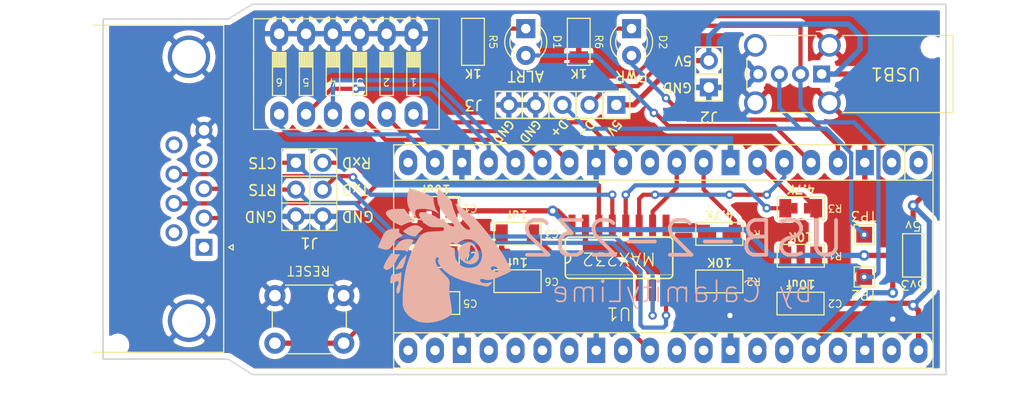
<source format=kicad_pcb>
(kicad_pcb (version 20171130) (host pcbnew "(5.1.10)-1")
  (layers (0 F.Cu signal) (31 B.Cu signal) (34 B.Paste user) (35 F.Paste user) (36 B.SilkS user) (37 F.SilkS user) (38 B.Mask user) (39 F.Mask user) (44 Edge.Cuts user))
  (net 0 "")
  (net 1 GND)
  (net 2 "Net-(C3-Pad2)")
  (net 3 +5V)
  (net 4 "Net-(D1-Pad2)")
  (net 5 "Net-(D1-Pad1)")
  (net 6 "Net-(D2-Pad2)")
  (net 7 "Net-(D2-Pad1)")
  (net 8 "Net-(J1-Pad3)")
  (net 9 "Net-(J1-Pad2)")
  (net 10 "Net-(R1-Pad2)")
  (net 11 "Net-(R2-Pad2)")
  (net 12 "Net-(SW1-Pad6)")
  (net 13 "Net-(SW1-Pad5)")
  (net 14 "Net-(SW1-Pad4)")
  (net 15 "Net-(SW1-Pad3)")
  (net 16 "Net-(SW1-Pad2)")
  (net 17 "Net-(SW1-Pad1)")
  (net 18 "Net-(SW2-Pad1)")
  (net 19 "Net-(U1-Pad10)")
  (net 20 "Net-(U1-Pad11)")
  (net 21 "Net-(U2-Pad1)")
  (net 22 "Net-(U2-Pad2)")
  (net 23 "Net-(U2-Pad11)")
  (net 24 "Net-(U2-Pad20)")
  (net 25 "Net-(U2-Pad21)")
  (net 26 "Net-(U2-Pad22)")
  (net 27 "Net-(U2-Pad24)")
  (net 28 "Net-(U2-Pad25)")
  (net 29 "Net-(U2-Pad26)")
  (net 30 "Net-(U2-Pad27)")
  (net 31 "Net-(U2-Pad29)")
  (net 32 "Net-(U2-Pad31)")
  (net 33 "Net-(U2-Pad32)")
  (net 34 "Net-(U2-Pad34)")
  (net 35 "Net-(U2-Pad35)")
  (net 36 "Net-(U2-Pad37)")
  (net 37 "Net-(U2-Pad39)")
  (net 38 "Net-(J3-Pad2)")
  (net 39 "Net-(C5-Pad2)")
  (net 40 "Net-(C5-Pad1)")
  (net 41 "Net-(J3-Pad3)")
  (net 42 "Net-(rs232_1-Pad9)")
  (net 43 "Net-(rs232_1-Pad6)")
  (net 44 "Net-(rs232_1-Pad4)")
  (net 45 "Net-(rs232_1-Pad1)")
  (net 46 "Net-(J1-Pad4)")
  (net 47 "Net-(C1-Pad2)")
  (net 48 "Net-(C4-Pad1)")
  (net 49 "Net-(C6-Pad2)")
  (net 50 "Net-(C6-Pad1)")
  (net 51 "Net-(R3-Pad2)")
  (net 52 "Net-(R4-Pad1)")
  (net 53 "Net-(J1-Pad1)")
  (net 54 +3V3)
  (module USB-2-232:pfp-1050-v2 (layer B.Cu) (at 154.1945 99.6315 180)
    (fp_text reference G*** hide)
    (fp_text value LOGO hide)
  )
  (module USB-2-232:PinHeader_ALT_SERIAL_OUT (layer F.Cu) (at 140.2588 90.6948)
    (fp_text reference J1 (at 1.27 7.6 180 unlocked) (layer F.SilkS))
    (fp_text value Conn_01x06_Male)
    (fp_text user GND (at -1.7 5.08 180 unlocked) (layer F.SilkS) (effects (justify left)))
    (fp_text user RTS (at -1.7 2.54 180 unlocked) (layer F.SilkS) (effects (justify left)))
    (fp_text user CTS (at -1.7 0 180 unlocked) (layer F.SilkS) (effects (justify left)))
    (fp_text user GND (at 4.24 5.08 180 unlocked) (layer F.SilkS) (effects (justify right)))
    (fp_text user TxD (at 4.24 2.54 180 unlocked) (layer F.SilkS) (effects (justify right)))
    (fp_text user RxD (at 4.24 0 180 unlocked) (layer F.SilkS) (effects (justify right)))
    (pad 6 thru_hole oval (at 2.54 5.08) (size 1.7 1.7) (drill 1) (layers *.Cu *.Mask) (net 1 GND))
    (pad 5 thru_hole oval (at 0 5.08) (size 1.7 1.7) (drill 1) (layers *.Cu *.Mask) (net 1 GND))
    (pad 4 thru_hole oval (at 2.54 2.54) (size 1.7 1.7) (drill 1) (layers *.Cu *.Mask) (net 46 "Net-(J1-Pad4)"))
    (pad 3 thru_hole oval (at 0 2.54) (size 1.7 1.7) (drill 1) (layers *.Cu *.Mask) (net 8 "Net-(J1-Pad3)"))
    (pad 2 thru_hole oval (at 2.54 0) (size 1.7 1.7) (drill 1) (layers *.Cu *.Mask) (net 9 "Net-(J1-Pad2)"))
    (pad 1 thru_hole rect (at 0 0) (size 1.7 1.7) (drill 1) (layers *.Cu *.Mask) (net 53 "Net-(J1-Pad1)"))
  )
  (module Connector_Dsub:DSUB-9_Female_Horizontal_P2.77x2.84mm_EdgePinOffset7.70mm_Housed_MountingHolesOffset9.12mm (layer F.Cu) (at 131.572 98.7 270)
    (fp_text reference rs232_1 hide)
    (fp_text value DB9_Female_MountingHoles)
    (pad 0 thru_hole circle (at 6.96 1.42 270) (size 4 4) (drill 3.2) (layers *.Cu *.Mask) (net 1 GND))
    (pad 0 thru_hole circle (at -18.04 1.42 270) (size 4 4) (drill 3.2) (layers *.Cu *.Mask) (net 1 GND))
    (pad 9 thru_hole circle (at -9.695 2.84 270) (size 1.6 1.6) (drill 1) (layers *.Cu *.Mask) (net 42 "Net-(rs232_1-Pad9)"))
    (pad 8 thru_hole circle (at -6.925 2.84 270) (size 1.6 1.6) (drill 1) (layers *.Cu *.Mask) (net 53 "Net-(J1-Pad1)"))
    (pad 7 thru_hole circle (at -4.155 2.84 270) (size 1.6 1.6) (drill 1) (layers *.Cu *.Mask) (net 8 "Net-(J1-Pad3)"))
    (pad 6 thru_hole circle (at -1.385 2.84 270) (size 1.6 1.6) (drill 1) (layers *.Cu *.Mask) (net 43 "Net-(rs232_1-Pad6)"))
    (pad 5 thru_hole circle (at -11.08 0 270) (size 1.6 1.6) (drill 1) (layers *.Cu *.Mask) (net 1 GND))
    (pad 4 thru_hole circle (at -8.31 0 270) (size 1.6 1.6) (drill 1) (layers *.Cu *.Mask) (net 44 "Net-(rs232_1-Pad4)"))
    (pad 3 thru_hole circle (at -5.54 0 270) (size 1.6 1.6) (drill 1) (layers *.Cu *.Mask) (net 46 "Net-(J1-Pad4)"))
    (pad 2 thru_hole circle (at -2.77 0 270) (size 1.6 1.6) (drill 1) (layers *.Cu *.Mask) (net 9 "Net-(J1-Pad2)"))
    (pad 1 thru_hole rect (at 0 0 270) (size 1.6 1.6) (drill 1) (layers *.Cu *.Mask) (net 45 "Net-(rs232_1-Pad1)"))
  )
  (module "USB-2-232:JLCPCB mounting hole" (layer F.Cu) (at 123.428 107.95)
    (fp_text reference REF** hide)
    (fp_text value "JLCPCB mounting hole")
    (pad "" np_thru_hole circle (at 0 0) (size 1.152 1.152) (drill 1.152) (layers *.Cu *.Mask))
  )
  (module "USB-2-232:JLCPCB mounting hole" (layer F.Cu) (at 200.406 79.756)
    (fp_text reference REF** hide)
    (fp_text value "JLCPCB mounting hole")
    (pad "" np_thru_hole circle (at 0 0) (size 1.152 1.152) (drill 1.152) (layers *.Cu *.Mask))
  )
  (module usbpico:R_1206_3216Metric_LED (layer F.Cu) (at 157.005 79.248 90)
    (fp_text reference R5 (at 0 1.9 270 unlocked) (layer F.SilkS) (effects (font (size 0.7 0.7) (thickness 0.1))))
    (fp_text value 1K (at -3 0 180 unlocked) (layer F.SilkS) (effects (font (size 0.8 0.8))))
    (pad 2 smd rect (at 1.4625 0 90) (size 1.125 1.75) (layers F.Cu F.Paste F.Mask) (net 5 "Net-(D1-Pad1)"))
    (pad 1 smd rect (at -1.4625 0 90) (size 1.125 1.75) (layers F.Cu F.Paste F.Mask) (net 1 GND))
  )
  (module usbpico:R_1206_3216Metric_LED (layer F.Cu) (at 167.005 79.248 90)
    (fp_text reference R6 (at 0 1.9 270 unlocked) (layer F.SilkS) (effects (font (size 0.7 0.7) (thickness 0.1))))
    (fp_text value 1K (at -3 0 180 unlocked) (layer F.SilkS) (effects (font (size 0.8 0.8))))
    (pad 2 smd rect (at 1.4625 0 90) (size 1.125 1.75) (layers F.Cu F.Paste F.Mask) (net 7 "Net-(D2-Pad1)"))
    (pad 1 smd rect (at -1.4625 0 90) (size 1.125 1.75) (layers F.Cu F.Paste F.Mask) (net 1 GND))
  )
  (module usbpico:USB_A_Wuerth_614004134726_Horizontal (layer F.Cu) (at 189.976 82.296 180)
    (fp_text reference USB1 (at -7 0 180 unlocked) (layer F.SilkS) (effects (font (size 1.2 1.2))))
    (fp_text value USB_A)
    (pad 5 thru_hole circle (at -0.73 -2.72 180) (size 2.15 2.15) (drill 1.5) (layers *.Cu *.Mask) (net 1 GND))
    (pad 5 thru_hole circle (at 6.27 -2.72 180) (size 2.15 2.15) (drill 1.5) (layers *.Cu *.Mask) (net 1 GND))
    (pad 5 thru_hole circle (at 6.27 2.72 180) (size 2.15 2.15) (drill 1.5) (layers *.Cu *.Mask) (net 1 GND))
    (pad 5 thru_hole circle (at -0.73 2.72 180) (size 2.15 2.15) (drill 1.5) (layers *.Cu *.Mask) (net 1 GND))
    (pad 1 thru_hole rect (at 0 0 180) (size 1.6 1.6) (drill 0.92) (layers *.Cu *.Mask) (net 3 +5V))
    (pad 2 thru_hole circle (at 2 0 180) (size 1.6 1.6) (drill 0.92) (layers *.Cu *.Mask) (net 38 "Net-(J3-Pad2)"))
    (pad 3 thru_hole circle (at 4 0 180) (size 1.6 1.6) (drill 0.92) (layers *.Cu *.Mask) (net 41 "Net-(J3-Pad3)"))
    (pad 4 thru_hole circle (at 6 0 180) (size 1.6 1.6) (drill 0.92) (layers *.Cu *.Mask) (net 1 GND))
  )
  (module usbpico:SW_DIP_SPSTx06_Slide_9.78x17.42mm_W7.62mm_P2.54mm (layer F.Cu) (at 151.384 78.486 270)
    (fp_text reference SW1 hide)
    (fp_text value SW_DIP_x06)
    (fp_text user 6 (at 4.572 12.7 180 unlocked) (layer F.SilkS) (effects (font (size 0.7 0.7) (thickness 0.1))))
    (fp_text user 5 (at 4.572 9.779 180 unlocked) (layer F.SilkS) (effects (font (size 0.7 0.7) (thickness 0.1)) (justify left)))
    (fp_text user 4 (at 4.572 7.239 180 unlocked) (layer F.SilkS) (effects (font (size 0.7 0.7) (thickness 0.1)) (justify left)))
    (fp_text user 3 (at 4.572 4.699 180 unlocked) (layer F.SilkS) (effects (font (size 0.7 0.7) (thickness 0.1)) (justify left)))
    (fp_text user 2 (at 4.572 2.159 180 unlocked) (layer F.SilkS) (effects (font (size 0.7 0.7) (thickness 0.1)) (justify left)))
    (fp_text user 1 (at 4.572 -0.381 180 unlocked) (layer F.SilkS) (effects (font (size 0.7 0.7) (thickness 0.1)) (justify left)))
    (pad 1 thru_hole oval (at 7.62 0 270) (size 2.4 1.7) (drill 1) (layers *.Cu *.Mask) (net 17 "Net-(SW1-Pad1)"))
    (pad 7 thru_hole oval (at 0 12.7 270) (size 2.4 1.7) (drill 1) (layers *.Cu *.Mask) (net 1 GND))
    (pad 2 thru_hole oval (at 7.62 2.54 270) (size 2.4 1.7) (drill 1) (layers *.Cu *.Mask) (net 16 "Net-(SW1-Pad2)"))
    (pad 8 thru_hole oval (at 0 10.16 270) (size 2.4 1.7) (drill 1) (layers *.Cu *.Mask) (net 1 GND))
    (pad 3 thru_hole oval (at 7.62 5.08 270) (size 2.4 1.7) (drill 1) (layers *.Cu *.Mask) (net 15 "Net-(SW1-Pad3)"))
    (pad 9 thru_hole oval (at 0 7.62 270) (size 2.4 1.7) (drill 1) (layers *.Cu *.Mask) (net 1 GND))
    (pad 4 thru_hole oval (at 7.62 7.62 270) (size 2.4 1.7) (drill 1) (layers *.Cu *.Mask) (net 14 "Net-(SW1-Pad4)"))
    (pad 10 thru_hole oval (at 0 5.08 270) (size 2.4 1.7) (drill 1) (layers *.Cu *.Mask) (net 1 GND))
    (pad 5 thru_hole oval (at 7.62 10.16 270) (size 2.4 1.7) (drill 1) (layers *.Cu *.Mask) (net 13 "Net-(SW1-Pad5)"))
    (pad 11 thru_hole oval (at 0 2.54 270) (size 2.4 1.7) (drill 1) (layers *.Cu *.Mask) (net 1 GND))
    (pad 6 thru_hole oval (at 7.62 12.7 270) (size 2.4 1.7) (drill 1) (layers *.Cu *.Mask) (net 12 "Net-(SW1-Pad6)"))
    (pad 12 thru_hole oval (at 0 0 270) (size 2.4 1.7) (drill 1) (layers *.Cu *.Mask) (net 1 GND))
  )
  (module usbpico:LED_D3.0mm_PWR (layer F.Cu) (at 172 78 270)
    (fp_text reference D2 (at 1.27 -2.96 270 unlocked) (layer F.SilkS) (effects (font (size 0.7 0.7) (thickness 0.1))))
    (fp_text value LED_Small)
    (fp_text user PWR (at 4.5 0 180 unlocked) (layer F.SilkS))
    (pad 2 thru_hole circle (at 2.54 0 270) (size 1.8 1.8) (drill 0.9) (layers *.Cu *.Mask) (net 6 "Net-(D2-Pad2)"))
    (pad 1 thru_hole rect (at 0 0 270) (size 1.8 1.8) (drill 0.9) (layers *.Cu *.Mask) (net 7 "Net-(D2-Pad1)"))
  )
  (module usbpico:LED_D3.0mm_ALRT (layer F.Cu) (at 162 78 270)
    (fp_text reference D1 (at 1.27 -2.96 270 unlocked) (layer F.SilkS) (effects (font (size 0.7 0.7) (thickness 0.11))))
    (fp_text value LED_Small)
    (fp_text user ALRT (at 4.5 0 180 unlocked) (layer F.SilkS))
    (pad 2 thru_hole circle (at 2.54 0 270) (size 1.8 1.8) (drill 0.9) (layers *.Cu *.Mask) (net 4 "Net-(D1-Pad2)"))
    (pad 1 thru_hole rect (at 0 0 270) (size 1.8 1.8) (drill 0.9) (layers *.Cu *.Mask) (net 5 "Net-(D1-Pad1)"))
  )
  (module usbpico:SW_PUSH_6mm (layer F.Cu) (at 144.78 107.777 180)
    (fp_text reference SW2 hide)
    (fp_text value SW_MEC_5E)
    (fp_text user RESET (at 3.302 6.858 180 unlocked) (layer F.SilkS) (effects (font (size 0.9 0.9) (thickness 0.12))))
    (pad 2 thru_hole circle (at 6.5 0 270) (size 2 2) (drill 1.1) (layers *.Cu *.Mask) (net 18 "Net-(SW2-Pad1)"))
    (pad 4 thru_hole circle (at 6.5 4.5 270) (size 2 2) (drill 1.1) (layers *.Cu *.Mask) (net 1 GND))
    (pad 1 thru_hole circle (at 0 0 270) (size 2 2) (drill 1.1) (layers *.Cu *.Mask) (net 18 "Net-(SW2-Pad1)"))
    (pad 3 thru_hole circle (at 0 4.5 270) (size 2 2) (drill 1.1) (layers *.Cu *.Mask) (net 1 GND))
  )
  (module usbpico:SolderJumper_MAX232_5v-3v3_switch (layer F.Cu) (at 198.628 99.465 270)
    (fp_text reference JP1 hide)
    (fp_text value SolderJumper_3_Open)
    (fp_text user 5v (at -2.8 0 180 unlocked) (layer F.SilkS) (effects (font (size 0.9 0.9) (thickness 0.12))))
    (fp_text user 3v3 (at 2.8 0 180 unlocked) (layer F.SilkS) (effects (font (size 0.9 0.9) (thickness 0.12))))
    (pad 1 smd rect (at -1.3 0 270) (size 1 1.5) (layers F.Cu F.Mask) (net 3 +5V))
    (pad 2 smd rect (at 0 0 270) (size 1 1.5) (layers F.Cu F.Mask) (net 47 "Net-(C1-Pad2)"))
    (pad 3 smd rect (at 1.3 0 270) (size 1 1.5) (layers F.Cu F.Mask) (net 54 +3V3))
  )
  (module usbpico:max232_SMD (layer F.Cu) (at 170.815 99.695)
    (fp_text reference U1 (at 0 4.6 180 unlocked) (layer F.SilkS) (effects (font (size 1.2 1.2) (thickness 0.12)) (justify bottom)))
    (fp_text value MAX232 (at 0 -0.6 180 unlocked) (layer F.SilkS) (effects (font (size 1.2 1.2) (thickness 0.12)) (justify bottom)))
    (pad 9 smd rect (at 4.445 -3.0734) (size 0.6604 2.032) (layers F.Cu F.Paste F.Mask) (net 52 "Net-(R4-Pad1)"))
    (pad 8 smd rect (at 4.445 3.0734) (size 0.6604 2.032) (layers F.Cu F.Paste F.Mask) (net 8 "Net-(J1-Pad3)"))
    (pad 10 smd rect (at 3.175 -3.0734) (size 0.6604 2.032) (layers F.Cu F.Paste F.Mask) (net 19 "Net-(U1-Pad10)"))
    (pad 11 smd rect (at 1.905 -3.0734) (size 0.6604 2.032) (layers F.Cu F.Paste F.Mask) (net 20 "Net-(U1-Pad11)"))
    (pad 7 smd rect (at 3.175 3.0734) (size 0.6604 2.032) (layers F.Cu F.Paste F.Mask) (net 53 "Net-(J1-Pad1)"))
    (pad 6 smd rect (at 1.905 3.0734) (size 0.6604 2.032) (layers F.Cu F.Paste F.Mask) (net 2 "Net-(C3-Pad2)"))
    (pad 12 smd rect (at 0.635 -3.0734) (size 0.6604 2.032) (layers F.Cu F.Paste F.Mask) (net 51 "Net-(R3-Pad2)"))
    (pad 5 smd rect (at 0.635 3.0734) (size 0.6604 2.032) (layers F.Cu F.Paste F.Mask) (net 39 "Net-(C5-Pad2)"))
    (pad 13 smd rect (at -0.635 -3.0734) (size 0.6604 2.032) (layers F.Cu F.Paste F.Mask) (net 46 "Net-(J1-Pad4)"))
    (pad 4 smd rect (at -0.635 3.0734) (size 0.6604 2.032) (layers F.Cu F.Paste F.Mask) (net 40 "Net-(C5-Pad1)"))
    (pad 14 smd rect (at -1.905 -3.0734) (size 0.6604 2.032) (layers F.Cu F.Paste F.Mask) (net 9 "Net-(J1-Pad2)"))
    (pad 15 smd rect (at -3.175 -3.0734) (size 0.6604 2.032) (layers F.Cu F.Paste F.Mask) (net 1 GND))
    (pad 3 smd rect (at -1.905 3.0734) (size 0.6604 2.032) (layers F.Cu F.Paste F.Mask) (net 49 "Net-(C6-Pad2)"))
    (pad 2 smd rect (at -3.175 3.0734) (size 0.6604 2.032) (layers F.Cu F.Paste F.Mask) (net 48 "Net-(C4-Pad1)"))
    (pad 16 smd rect (at -4.445 -3.0734) (size 0.6604 2.032) (layers F.Cu F.Paste F.Mask) (net 47 "Net-(C1-Pad2)"))
    (pad 1 smd rect (at -4.445 3.0734) (size 0.6604 2.032) (layers F.Cu F.Paste F.Mask) (net 50 "Net-(C6-Pad1)"))
  )
  (module usbpico:R_1206_3216Metric_bridgeflip (layer F.Cu) (at 188 95 180)
    (fp_text reference R3 (at -2.5 0 180 unlocked) (layer F.SilkS) (effects (font (size 0.7 0.7) (thickness 0.1)) (justify right)))
    (fp_text value 4.7K (at 0 1.8 180 unlocked) (layer F.SilkS) (effects (font (size 0.8 0.8))))
    (pad 2 smd rect (at 0.6 0) (size 0.6 1) (layers F.Cu F.Paste F.Mask) (net 51 "Net-(R3-Pad2)"))
    (pad 1 smd rect (at -0.6 0 180) (size 0.6 1) (layers F.Cu F.Paste F.Mask) (net 10 "Net-(R1-Pad2)"))
    (pad 2 smd rect (at 1.4625 0 180) (size 1.125 1.75) (layers F.Cu F.Paste F.Mask) (net 51 "Net-(R3-Pad2)"))
    (pad 1 smd rect (at -1.4625 0 180) (size 1.125 1.75) (layers F.Cu F.Paste F.Mask) (net 10 "Net-(R1-Pad2)"))
  )
  (module usbpico:R_1206_3216Metric (layer F.Cu) (at 180.302 101.932)
    (fp_text reference R2 (at 2.5 0 180 unlocked) (layer F.SilkS) (effects (font (size 0.7 0.7) (thickness 0.1)) (justify right)))
    (fp_text value 10K (at 0 -1.8 180 unlocked) (layer F.SilkS) (effects (font (size 0.8 0.8))))
    (pad 2 smd rect (at 1.4625 0) (size 1.125 1.75) (layers F.Cu F.Paste F.Mask) (net 11 "Net-(R2-Pad2)"))
    (pad 1 smd rect (at -1.4625 0) (size 1.125 1.75) (layers F.Cu F.Paste F.Mask) (net 1 GND))
  )
  (module usbpico:R_1206_3216Metric (layer F.Cu) (at 188 99.5)
    (fp_text reference R1 (at 2.5 0 180 unlocked) (layer F.SilkS) (effects (font (size 0.7 0.7) (thickness 0.1)) (justify right)))
    (fp_text value 10K (at 0 -1.8 180 unlocked) (layer F.SilkS) (effects (font (size 0.8 0.8))))
    (pad 2 smd rect (at 1.4625 0) (size 1.125 1.75) (layers F.Cu F.Paste F.Mask) (net 10 "Net-(R1-Pad2)"))
    (pad 1 smd rect (at -1.4625 0) (size 1.125 1.75) (layers F.Cu F.Paste F.Mask) (net 1 GND))
  )
  (module usbpico:R_1206_3216Metric_bridge (layer F.Cu) (at 180.302 97.432)
    (fp_text reference R4 (at 2.5 0 180 unlocked) (layer F.SilkS) (effects (font (size 0.7 0.7) (thickness 0.1)) (justify right)))
    (fp_text value 4.7K (at 0 -1.8 180 unlocked) (layer F.SilkS) (effects (font (size 0.8 0.8))))
    (pad 2 smd rect (at 0.6 0 180) (size 0.6 1) (layers F.Cu F.Paste F.Mask) (net 11 "Net-(R2-Pad2)"))
    (pad 1 smd rect (at -0.6 0) (size 0.6 1) (layers F.Cu F.Paste F.Mask) (net 52 "Net-(R4-Pad1)"))
    (pad 2 smd rect (at 1.4625 0) (size 1.125 1.75) (layers F.Cu F.Paste F.Mask) (net 11 "Net-(R2-Pad2)"))
    (pad 1 smd rect (at -1.4625 0) (size 1.125 1.75) (layers F.Cu F.Paste F.Mask) (net 52 "Net-(R4-Pad1)"))
  )
  (module usbpico:C_1206_3216Metric (layer F.Cu) (at 153.5 95)
    (fp_text reference C1 (at 2.5 0 180 unlocked) (layer F.SilkS) (effects (font (size 0.7 0.7) (thickness 0.1)) (justify right)))
    (fp_text value 10uf (at 0 -1.8 180 unlocked) (layer F.SilkS) (effects (font (size 0.8 0.8))))
    (pad 2 smd rect (at 1.475 0) (size 1.15 1.8) (layers F.Cu F.Paste F.Mask) (net 47 "Net-(C1-Pad2)"))
    (pad 1 smd rect (at -1.475 0) (size 1.15 1.8) (layers F.Cu F.Paste F.Mask) (net 1 GND))
  )
  (module usbpico:C_1206_3216Metric (layer F.Cu) (at 161.198 101.932)
    (fp_text reference C6 (at 2.5 0 180 unlocked) (layer F.SilkS) (effects (font (size 0.7 0.7) (thickness 0.1)) (justify right)))
    (fp_text value 1uf (at 0 -1.8 180 unlocked) (layer F.SilkS) (effects (font (size 0.8 0.8))))
    (pad 2 smd rect (at 1.475 0) (size 1.15 1.8) (layers F.Cu F.Paste F.Mask) (net 49 "Net-(C6-Pad2)"))
    (pad 1 smd rect (at -1.475 0) (size 1.15 1.8) (layers F.Cu F.Paste F.Mask) (net 50 "Net-(C6-Pad1)"))
  )
  (module usbpico:C_1206_3216Metric (layer F.Cu) (at 153.5 104)
    (fp_text reference C5 (at 2.5 0 180 unlocked) (layer F.SilkS) (effects (font (size 0.7 0.7) (thickness 0.1)) (justify right)))
    (fp_text value 1uf (at 0 -1.8 180 unlocked) (layer F.SilkS) (effects (font (size 0.8 0.8))))
    (pad 2 smd rect (at 1.475 0) (size 1.15 1.8) (layers F.Cu F.Paste F.Mask) (net 39 "Net-(C5-Pad2)"))
    (pad 1 smd rect (at -1.475 0) (size 1.15 1.8) (layers F.Cu F.Paste F.Mask) (net 40 "Net-(C5-Pad1)"))
  )
  (module usbpico:C_1206_3216Metric (layer F.Cu) (at 161.198 97.432)
    (fp_text reference C3 (at 2.5 0 180 unlocked) (layer F.SilkS) (effects (font (size 0.7 0.7) (thickness 0.1)) (justify right)))
    (fp_text value 1uf (at 0 -1.8 180 unlocked) (layer F.SilkS) (effects (font (size 0.8 0.8))))
    (pad 2 smd rect (at 1.475 0) (size 1.15 1.8) (layers F.Cu F.Paste F.Mask) (net 2 "Net-(C3-Pad2)"))
    (pad 1 smd rect (at -1.475 0) (size 1.15 1.8) (layers F.Cu F.Paste F.Mask) (net 1 GND))
  )
  (module usbpico:C_1206_3216MetricFlip (layer F.Cu) (at 153.5 99.5 180)
    (fp_text reference C4 (at -2.5 0 180 unlocked) (layer F.SilkS) (effects (font (size 0.7 0.7) (thickness 0.1)) (justify right)))
    (fp_text value 1uf (at 0 1.8 180 unlocked) (layer F.SilkS) (effects (font (size 0.8 0.8))))
    (pad 2 smd rect (at 1.475 0 180) (size 1.15 1.8) (layers F.Cu F.Paste F.Mask) (net 1 GND))
    (pad 1 smd rect (at -1.475 0 180) (size 1.15 1.8) (layers F.Cu F.Paste F.Mask) (net 48 "Net-(C4-Pad1)"))
  )
  (module usbpico:C_1206_3216MetricFlip (layer F.Cu) (at 188 104 180)
    (fp_text reference C2 (at -2.5 0 180 unlocked) (layer F.SilkS) (effects (font (size 0.7 0.7) (thickness 0.1)) (justify right)))
    (fp_text value 10uf (at 0 1.8 180 unlocked) (layer F.SilkS) (effects (font (size 0.8 0.8))))
    (pad 2 smd rect (at 1.475 0 180) (size 1.15 1.8) (layers F.Cu F.Paste F.Mask) (net 1 GND))
    (pad 1 smd rect (at -1.475 0 180) (size 1.15 1.8) (layers F.Cu F.Paste F.Mask) (net 3 +5V))
  )
  (module usbpico:PinHeader_ALT_PWR_IN (layer F.Cu) (at 179.308 81.026)
    (fp_text reference J2 (at 0 5.334 180 unlocked) (layer F.SilkS))
    (fp_text value PWR-PINH)
    (fp_text user 5V (at -1.5 0 180 unlocked) (layer F.SilkS) (effects (font (size 0.9 0.9)) (justify left)))
    (fp_text user GND (at -1.5 2.54 180 unlocked) (layer F.SilkS) (effects (font (size 0.9 0.9)) (justify left)))
    (pad 1 thru_hole circle (at 0 0) (size 1.7 1.7) (drill 1) (layers *.Cu *.Mask) (net 3 +5V))
    (pad 2 thru_hole rect (at 0 2.54 90) (size 1.7 1.7) (drill 1) (layers *.Cu *.Mask) (net 1 GND))
  )
  (module usbpico:PinHeader_ALT_USB_IN (layer F.Cu) (at 170.561 85.217 270)
    (fp_text reference J3 (at 0 13.5 180 unlocked) (layer F.SilkS))
    (fp_text value USB-PINHEADER)
    (fp_text user GND (at 1.5 7.3025 230 unlocked) (layer F.SilkS) (effects (font (size 0.8 0.8)) (justify left)))
    (fp_text user GND (at 1.5 9.8425 230 unlocked) (layer F.SilkS) (effects (font (size 0.8 0.8)) (justify left)))
    (fp_text user D+ (at 1.5 4.7625 230 unlocked) (layer F.SilkS) (effects (font (size 0.8 0.8)) (justify left)))
    (fp_text user D- (at 1.5 2.2225 230 unlocked) (layer F.SilkS) (effects (font (size 0.8 0.8)) (justify left)))
    (fp_text user 5V (at 1.5 -0.3175 230 unlocked) (layer F.SilkS) (effects (font (size 0.8 0.8)) (justify left)))
    (pad 5 thru_hole oval (at 0 10.16 270) (size 1.7 1.7) (drill 1) (layers *.Cu *.Mask) (net 1 GND))
    (pad 4 thru_hole oval (at 0 7.62 270) (size 1.7 1.7) (drill 1) (layers *.Cu *.Mask) (net 1 GND))
    (pad 3 thru_hole oval (at 0 5.08 270) (size 1.7 1.7) (drill 1) (layers *.Cu *.Mask) (net 41 "Net-(J3-Pad3)"))
    (pad 2 thru_hole oval (at 0 2.54 270) (size 1.7 1.7) (drill 1) (layers *.Cu *.Mask) (net 38 "Net-(J3-Pad2)"))
    (pad 1 thru_hole rect (at 0 0 270) (size 1.7 1.7) (drill 1) (layers *.Cu *.Mask) (net 3 +5V))
  )
  (module usbpico:RPi_Pico_SMD_THv2 (layer F.Cu) (at 175.006 99.568 270)
    (fp_text reference U2 hide)
    (fp_text value PICO_RP2040)
    (pad 1 thru_hole oval (at -8.89 -24.13 270) (size 2.2 1.7) (drill 0.9) (layers *.Cu *.Mask) (net 21 "Net-(U2-Pad1)"))
    (pad 2 thru_hole oval (at -8.89 -21.59 270) (size 2.4 1.7) (drill 0.9) (layers *.Cu *.Mask) (net 22 "Net-(U2-Pad2)"))
    (pad 3 thru_hole rect (at -8.89 -19.05 270) (size 2.4 1.7) (drill 0.9) (layers *.Cu *.Mask) (net 1 GND))
    (pad 4 thru_hole oval (at -8.89 -16.51 270) (size 2.4 1.7) (drill 0.9) (layers *.Cu *.Mask) (net 6 "Net-(D2-Pad2)"))
    (pad 5 thru_hole oval (at -8.89 -13.97 270) (size 2.4 1.7) (drill 0.9) (layers *.Cu *.Mask) (net 4 "Net-(D1-Pad2)"))
    (pad 6 thru_hole oval (at -8.89 -11.43 270) (size 2.4 1.7) (drill 0.9) (layers *.Cu *.Mask) (net 20 "Net-(U1-Pad11)"))
    (pad 7 thru_hole oval (at -8.89 -8.89 270) (size 2.4 1.7) (drill 0.9) (layers *.Cu *.Mask) (net 10 "Net-(R1-Pad2)"))
    (pad 8 thru_hole rect (at -8.89 -6.35 270) (size 2.4 1.7) (drill 0.9) (layers *.Cu *.Mask) (net 1 GND))
    (pad 9 thru_hole oval (at -8.89 -3.81 270) (size 2.4 1.7) (drill 0.9) (layers *.Cu *.Mask) (net 11 "Net-(R2-Pad2)"))
    (pad 10 thru_hole oval (at -8.89 -1.27 270) (size 2.4 1.7) (drill 0.9) (layers *.Cu *.Mask) (net 19 "Net-(U1-Pad10)"))
    (pad 11 thru_hole oval (at -8.89 1.27 270) (size 2.4 1.7) (drill 0.9) (layers *.Cu *.Mask) (net 23 "Net-(U2-Pad11)"))
    (pad 12 thru_hole oval (at -8.89 3.81 270) (size 2.4 1.7) (drill 0.9) (layers *.Cu *.Mask) (net 17 "Net-(SW1-Pad1)"))
    (pad 13 thru_hole rect (at -8.89 6.35 270) (size 2.4 1.7) (drill 0.9) (layers *.Cu *.Mask) (net 1 GND))
    (pad 14 thru_hole oval (at -8.89 8.89 270) (size 2.4 1.7) (drill 0.9) (layers *.Cu *.Mask) (net 16 "Net-(SW1-Pad2)"))
    (pad 15 thru_hole oval (at -8.89 11.43 270) (size 2.4 1.7) (drill 0.9) (layers *.Cu *.Mask) (net 15 "Net-(SW1-Pad3)"))
    (pad 16 thru_hole oval (at -8.89 13.97 270) (size 2.4 1.7) (drill 0.9) (layers *.Cu *.Mask) (net 14 "Net-(SW1-Pad4)"))
    (pad 17 thru_hole oval (at -8.89 16.51 270) (size 2.4 1.7) (drill 0.9) (layers *.Cu *.Mask) (net 13 "Net-(SW1-Pad5)"))
    (pad 18 thru_hole rect (at -8.89 19.05 270) (size 2.4 1.7) (drill 0.9) (layers *.Cu *.Mask) (net 1 GND))
    (pad 19 thru_hole oval (at -8.89 21.59 270) (size 2.4 1.7) (drill 0.9) (layers *.Cu *.Mask) (net 12 "Net-(SW1-Pad6)"))
    (pad 20 thru_hole oval (at -8.89 24.13 270) (size 2.4 1.7) (drill 0.9) (layers *.Cu *.Mask) (net 24 "Net-(U2-Pad20)"))
    (pad 21 thru_hole oval (at 8.89 24.13 270) (size 2.4 1.7) (drill 0.9) (layers *.Cu *.Mask) (net 25 "Net-(U2-Pad21)"))
    (pad 22 thru_hole oval (at 8.89 21.59 270) (size 2.4 1.7) (drill 0.9) (layers *.Cu *.Mask) (net 26 "Net-(U2-Pad22)"))
    (pad 23 thru_hole rect (at 8.89 19.05 270) (size 2.4 1.7) (drill 0.9) (layers *.Cu *.Mask) (net 1 GND))
    (pad 24 thru_hole oval (at 8.89 16.51 270) (size 2.4 1.7) (drill 0.9) (layers *.Cu *.Mask) (net 27 "Net-(U2-Pad24)"))
    (pad 25 thru_hole oval (at 8.89 13.97 270) (size 2.4 1.7) (drill 0.9) (layers *.Cu *.Mask) (net 28 "Net-(U2-Pad25)"))
    (pad 26 thru_hole oval (at 8.89 11.43 270) (size 2.4 1.7) (drill 0.9) (layers *.Cu *.Mask) (net 29 "Net-(U2-Pad26)"))
    (pad 27 thru_hole oval (at 8.89 8.89 270) (size 2.4 1.7) (drill 0.9) (layers *.Cu *.Mask) (net 30 "Net-(U2-Pad27)"))
    (pad 28 thru_hole rect (at 8.89 6.35 270) (size 2.4 1.7) (drill 0.9) (layers *.Cu *.Mask) (net 1 GND))
    (pad 29 thru_hole oval (at 8.89 3.81 270) (size 2.4 1.7) (drill 0.9) (layers *.Cu *.Mask) (net 31 "Net-(U2-Pad29)"))
    (pad 30 thru_hole oval (at 8.89 1.27 270) (size 2.4 1.7) (drill 0.9) (layers *.Cu *.Mask) (net 18 "Net-(SW2-Pad1)"))
    (pad 31 thru_hole oval (at 8.89 -1.27 270) (size 2.4 1.7) (drill 0.9) (layers *.Cu *.Mask) (net 32 "Net-(U2-Pad31)"))
    (pad 32 thru_hole oval (at 8.89 -3.81 270) (size 2.4 1.7) (drill 0.9) (layers *.Cu *.Mask) (net 33 "Net-(U2-Pad32)"))
    (pad 33 thru_hole rect (at 8.89 -6.35 270) (size 2.4 1.7) (drill 0.9) (layers *.Cu *.Mask) (net 1 GND))
    (pad 34 thru_hole oval (at 8.89 -8.89 270) (size 2.4 1.7) (drill 0.9) (layers *.Cu *.Mask) (net 34 "Net-(U2-Pad34)"))
    (pad 35 thru_hole oval (at 8.89 -11.43 270) (size 2.4 1.7) (drill 0.9) (layers *.Cu *.Mask) (net 35 "Net-(U2-Pad35)"))
    (pad 36 thru_hole oval (at 8.89 -13.97 270) (size 2.4 1.7) (drill 0.9) (layers *.Cu *.Mask) (net 54 +3V3))
    (pad 37 thru_hole oval (at 8.89 -16.51 270) (size 2.4 1.7) (drill 0.9) (layers *.Cu *.Mask) (net 36 "Net-(U2-Pad37)"))
    (pad 38 thru_hole rect (at 8.89 -19.05 270) (size 2.4 1.7) (drill 0.9) (layers *.Cu *.Mask) (net 1 GND))
    (pad 39 thru_hole oval (at 8.89 -21.59 90) (size 2.4 1.7) (drill 0.9) (layers *.Cu *.Mask) (net 37 "Net-(U2-Pad39)"))
    (pad 40 thru_hole oval (at 8.89 -24.13 270) (size 2.4 1.7) (drill 0.9) (layers *.Cu *.Mask) (net 3 +5V))
  )
  (module usbpico:TestPoint_Pad_1.5x1.5mm (layer F.Cu) (at 194 97.508 270)
    (fp_text reference TP3 (at -1.778 0.05 180 unlocked) (layer F.SilkS) (effects (font (size 0.9 0.9) (thickness 0.12))))
    (fp_text value TestPoint)
    (pad 1 smd rect (at 0 0 270) (size 1.5 1.5) (layers F.Cu F.Mask) (net 41 "Net-(J3-Pad3)"))
  )
  (module usbpico:TestPoint_Pad_1.5x1.5mm (layer F.Cu) (at 194 101.508 270)
    (fp_text reference TP2 (at 1.692 0.05 180 unlocked) (layer F.SilkS) (effects (font (size 0.9 0.9) (thickness 0.12))))
    (fp_text value TestPoint)
    (pad 1 smd rect (at 0 0 270) (size 1.5 1.5) (layers F.Cu F.Mask) (net 38 "Net-(J3-Pad2)"))
  )
  (gr_text "by CalamityLime" (at 176.8 102.9) (layer B.SilkS) (effects (font (size 2 2) (thickness 0.16)) (justify mirror)))
  (gr_text USB-2-232 (at 176.8 97.9) (layer B.SilkS) (effects (font (size 3.3 3.3) (thickness 0.35)) (justify mirror)))
  (gr_line (start 133.858 109.2835) (end 136.144 110.744) (layer Edge.Cuts) (width 0.15))
  (gr_line (start 133.858 77.089) (end 136.144 75.692) (layer Edge.Cuts) (width 0.15))
  (gr_line (start 133.858 109.2835) (end 122.031 109.2835) (layer Edge.Cuts) (width 0.15))
  (gr_line (start 133.858 77.089) (end 122.031 77.089) (layer Edge.Cuts) (width 0.15))
  (gr_line (start 122.031 77.089) (end 122.031 109.2835) (layer Edge.Cuts) (width 0.15))
  (gr_line (start 201.73 110.744) (end 136.144 110.744) (layer Edge.Cuts) (width 0.15))
  (gr_line (start 201.73 75.692) (end 201.73 110.744) (layer Edge.Cuts) (width 0.15))
  (gr_line (start 136.144 75.692) (end 201.73 75.692) (layer Edge.Cuts) (width 0.15))
  (via (at 181.3052 105.156) (size 1) (drill 0.5) (layers F.Cu B.Cu) (net 1))
  (via (at 196.7 105.5) (size 1) (drill 0.5) (layers F.Cu B.Cu) (net 1))
  (segment (start 162.673 97.432) (end 162.673 97.776) (width 0.4) (layer F.Cu) (net 2))
  (segment (start 172.72 101.3524) (end 172.72 102.7684) (width 0.4) (layer F.Cu) (net 2))
  (segment (start 172.72 101.3524) (end 171.6976 100.33) (width 0.4) (layer F.Cu) (net 2))
  (segment (start 165.571 100.33) (end 162.673 97.432) (width 0.4) (layer F.Cu) (net 2))
  (segment (start 171.6976 100.33) (end 165.571 100.33) (width 0.4) (layer F.Cu) (net 2))
  (via (at 198.628 104.188) (size 1) (drill 0.5) (layers F.Cu B.Cu) (net 3))
  (via (at 198.628 94.742) (size 1) (drill 0.5) (layers F.Cu B.Cu) (net 3))
  (segment (start 200.152 96.266) (end 198.628 94.742) (width 0.5) (layer B.Cu) (net 3))
  (segment (start 172.212 85.217) (end 170.561 85.217) (width 0.5) (layer F.Cu) (net 3))
  (segment (start 176.403 81.026) (end 172.212 85.217) (width 0.5) (layer F.Cu) (net 3))
  (segment (start 198.628 98.165) (end 198.628 94.742) (width 0.5) (layer F.Cu) (net 3))
  (segment (start 198.628 94.742) (end 200.66 92.71) (width 0.5) (layer F.Cu) (net 3))
  (segment (start 176.403 81.026) (end 179.308 81.026) (width 0.5) (layer F.Cu) (net 3))
  (segment (start 179.308 78.756) (end 179.308 81.026) (width 0.5) (layer B.Cu) (net 3))
  (segment (start 180.4924 77.5716) (end 179.308 78.756) (width 0.5) (layer B.Cu) (net 3))
  (segment (start 192.5066 77.5716) (end 180.4924 77.5716) (width 0.5) (layer B.Cu) (net 3))
  (segment (start 193.5988 79.9732) (end 193.5988 78.6638) (width 0.5) (layer B.Cu) (net 3))
  (segment (start 191.276 82.296) (end 193.5988 79.9732) (width 0.5) (layer B.Cu) (net 3))
  (segment (start 193.5988 78.6638) (end 192.5066 77.5716) (width 0.5) (layer B.Cu) (net 3))
  (segment (start 189.976 82.296) (end 191.276 82.296) (width 0.5) (layer B.Cu) (net 3))
  (segment (start 200.66 92.71) (end 200.66 88.9635) (width 0.5) (layer F.Cu) (net 3))
  (segment (start 198.44 104) (end 198.628 104.188) (width 0.5) (layer F.Cu) (net 3))
  (segment (start 189.475 104) (end 198.44 104) (width 0.5) (layer F.Cu) (net 3))
  (segment (start 199.136 104.696) (end 198.628 104.188) (width 0.5) (layer F.Cu) (net 3))
  (segment (start 199.136 108.458) (end 199.136 104.696) (width 0.5) (layer F.Cu) (net 3))
  (segment (start 200.152 102.664) (end 198.628 104.188) (width 0.5) (layer B.Cu) (net 3))
  (segment (start 200.152 96.266) (end 200.152 102.664) (width 0.5) (layer B.Cu) (net 3))
  (segment (start 193.9925 82.296) (end 200.66 88.9635) (width 0.5) (layer F.Cu) (net 3))
  (segment (start 189.976 82.296) (end 193.9925 82.296) (width 0.5) (layer F.Cu) (net 3))
  (segment (start 185.51201 87.21401) (end 175.47901 87.21401) (width 0.4) (layer F.Cu) (net 4))
  (segment (start 188.976 90.678) (end 185.51201 87.21401) (width 0.4) (layer F.Cu) (net 4))
  (via (at 174.117 85.979) (size 0.8) (drill 0.4) (layers F.Cu B.Cu) (net 4))
  (segment (start 174.244 85.979) (end 174.117 85.979) (width 0.4) (layer F.Cu) (net 4))
  (segment (start 175.47901 87.21401) (end 174.244 85.979) (width 0.4) (layer F.Cu) (net 4))
  (segment (start 168.678 80.54) (end 162 80.54) (width 0.4) (layer B.Cu) (net 4))
  (segment (start 174.117 85.979) (end 168.678 80.54) (width 0.4) (layer B.Cu) (net 4))
  (segment (start 157.2195 78) (end 157.005 77.7855) (width 0.4) (layer F.Cu) (net 5))
  (segment (start 162 78) (end 157.2195 78) (width 0.4) (layer F.Cu) (net 5))
  (segment (start 191.516 89.078) (end 189.052 86.614) (width 0.4) (layer F.Cu) (net 6))
  (segment (start 191.516 90.678) (end 191.516 89.078) (width 0.4) (layer F.Cu) (net 6))
  (via (at 175.26 84.582) (size 0.8) (drill 0.4) (layers F.Cu B.Cu) (net 6))
  (segment (start 177.292 86.614) (end 175.26 84.582) (width 0.4) (layer F.Cu) (net 6))
  (segment (start 189.052 86.614) (end 177.292 86.614) (width 0.4) (layer F.Cu) (net 6))
  (segment (start 172 81.322) (end 172 80.54) (width 0.4) (layer B.Cu) (net 6))
  (segment (start 175.26 84.582) (end 172 81.322) (width 0.4) (layer B.Cu) (net 6))
  (segment (start 167.2195 78) (end 167.005 77.7855) (width 0.4) (layer F.Cu) (net 7))
  (segment (start 172 78) (end 167.2195 78) (width 0.4) (layer F.Cu) (net 7))
  (via (at 175.26 105.156) (size 0.8) (drill 0.4) (layers F.Cu B.Cu) (net 8))
  (segment (start 175.26 102.7684) (end 175.26 105.156) (width 0.4) (layer F.Cu) (net 8))
  (segment (start 133.5 94.545) (end 128.732 94.545) (width 0.4) (layer F.Cu) (net 8))
  (segment (start 134.8102 93.2348) (end 133.5 94.545) (width 0.4) (layer F.Cu) (net 8))
  (segment (start 140.2588 93.2348) (end 134.8102 93.2348) (width 0.4) (layer F.Cu) (net 8))
  (segment (start 141.5 94.476) (end 140.2588 93.2348) (width 0.4) (layer B.Cu) (net 8))
  (segment (start 163.469477 98.278019) (end 149.626478 98.27802) (width 0.4) (layer B.Cu) (net 8))
  (segment (start 170.200478 98.27802) (end 163.469477 98.278019) (width 0.4) (layer B.Cu) (net 8))
  (segment (start 172.847 100.924542) (end 170.200478 98.27802) (width 0.4) (layer B.Cu) (net 8))
  (segment (start 172.847 106.045) (end 172.847 100.924542) (width 0.4) (layer B.Cu) (net 8))
  (segment (start 141.5 94.5048) (end 141.5 94.476) (width 0.4) (layer B.Cu) (net 8))
  (segment (start 173.101 106.299) (end 172.847 106.045) (width 0.4) (layer B.Cu) (net 8))
  (segment (start 145.853258 94.5048) (end 141.5 94.5048) (width 0.4) (layer B.Cu) (net 8))
  (segment (start 175.006 106.299) (end 173.101 106.299) (width 0.4) (layer B.Cu) (net 8))
  (segment (start 149.626478 98.27802) (end 145.853258 94.5048) (width 0.4) (layer B.Cu) (net 8))
  (segment (start 175.26 106.045) (end 175.006 106.299) (width 0.4) (layer B.Cu) (net 8))
  (segment (start 175.26 105.156) (end 175.26 106.045) (width 0.4) (layer B.Cu) (net 8))
  (segment (start 168.91 96.6216) (end 168.91 95.825398) (width 0.4) (layer F.Cu) (net 9))
  (segment (start 145.6858 90.6948) (end 142.7988 90.6948) (width 0.4) (layer F.Cu) (net 9))
  (segment (start 147.828 92.837) (end 145.6858 90.6948) (width 0.4) (layer F.Cu) (net 9))
  (segment (start 168.91 92.837) (end 147.828 92.837) (width 0.4) (layer F.Cu) (net 9))
  (segment (start 168.91 96.6216) (end 168.91 92.837) (width 0.4) (layer F.Cu) (net 9))
  (segment (start 147.828 92.837) (end 146.180199 94.484801) (width 0.4) (layer F.Cu) (net 9))
  (segment (start 133.5 95.93) (end 131.572 95.93) (width 0.4) (layer F.Cu) (net 9))
  (segment (start 134.9252 94.5048) (end 133.5 95.93) (width 0.4) (layer F.Cu) (net 9))
  (segment (start 146.180199 94.5048) (end 134.9252 94.5048) (width 0.4) (layer F.Cu) (net 9))
  (segment (start 189.4625 95) (end 189.4625 99.5) (width 0.4) (layer F.Cu) (net 10))
  (segment (start 186.942999 93.724999) (end 183.896 90.678) (width 0.4) (layer F.Cu) (net 10))
  (segment (start 188.187499 93.724999) (end 186.942999 93.724999) (width 0.4) (layer F.Cu) (net 10))
  (segment (start 189.4625 95) (end 188.187499 93.724999) (width 0.4) (layer F.Cu) (net 10))
  (segment (start 188.6 95) (end 189.4625 95) (width 0.4) (layer F.Cu) (net 10))
  (segment (start 181.7645 97.432) (end 181.7645 96.1665) (width 0.4) (layer F.Cu) (net 11))
  (segment (start 178.816 93.218) (end 178.816 90.678) (width 0.4) (layer F.Cu) (net 11))
  (segment (start 181.7645 96.1665) (end 178.816 93.218) (width 0.4) (layer F.Cu) (net 11))
  (segment (start 181.7645 101.932) (end 181.7645 97.432) (width 0.4) (layer F.Cu) (net 11))
  (segment (start 180.902 97.432) (end 181.7645 97.432) (width 0.4) (layer F.Cu) (net 11))
  (segment (start 138.684 87.122) (end 138.684 86.106) (width 0.4) (layer B.Cu) (net 12))
  (segment (start 139.573 88.011) (end 138.684 87.122) (width 0.4) (layer B.Cu) (net 12))
  (segment (start 150.749 88.011) (end 139.573 88.011) (width 0.4) (layer B.Cu) (net 12))
  (segment (start 153.416 90.678) (end 150.749 88.011) (width 0.4) (layer B.Cu) (net 12))
  (via (at 145.923 83.693) (size 0.8) (drill 0.4) (layers F.Cu B.Cu) (net 13))
  (segment (start 153.111 83.693) (end 145.923 83.693) (width 0.4) (layer B.Cu) (net 13))
  (segment (start 158.496 89.078) (end 153.111 83.693) (width 0.4) (layer B.Cu) (net 13))
  (segment (start 158.496 90.678) (end 158.496 89.078) (width 0.4) (layer B.Cu) (net 13))
  (segment (start 143.637 83.693) (end 141.224 86.106) (width 0.4) (layer F.Cu) (net 13))
  (segment (start 145.923 83.693) (end 143.637 83.693) (width 0.4) (layer F.Cu) (net 13))
  (segment (start 143.802001 82.892999) (end 143.764 82.931) (width 0.4) (layer B.Cu) (net 14))
  (segment (start 153.250999 82.892999) (end 143.802001 82.892999) (width 0.4) (layer B.Cu) (net 14))
  (segment (start 161.036 90.678) (end 153.250999 82.892999) (width 0.4) (layer B.Cu) (net 14))
  (segment (start 143.764 82.931) (end 143.764 86.106) (width 0.4) (layer B.Cu) (net 14))
  (segment (start 163.576 90.678) (end 161.417 88.519) (width 0.4) (layer F.Cu) (net 15))
  (segment (start 148.717 88.519) (end 146.304 86.106) (width 0.4) (layer F.Cu) (net 15))
  (segment (start 161.417 88.519) (end 148.717 88.519) (width 0.4) (layer F.Cu) (net 15))
  (segment (start 163.14401 87.70601) (end 150.19001 87.70601) (width 0.4) (layer F.Cu) (net 16))
  (segment (start 166.116 90.678) (end 163.14401 87.70601) (width 0.4) (layer F.Cu) (net 16))
  (segment (start 148.844 86.36) (end 148.844 86.106) (width 0.4) (layer F.Cu) (net 16))
  (segment (start 150.19001 87.70601) (end 148.844 86.36) (width 0.4) (layer F.Cu) (net 16))
  (segment (start 171.196 90.328) (end 167.736 86.868) (width 0.4) (layer F.Cu) (net 17))
  (segment (start 171.196 90.678) (end 171.196 90.328) (width 0.4) (layer F.Cu) (net 17))
  (segment (start 152.146 86.868) (end 151.384 86.106) (width 0.4) (layer F.Cu) (net 17))
  (segment (start 167.736 86.868) (end 152.146 86.868) (width 0.4) (layer F.Cu) (net 17))
  (segment (start 138.28 107.777) (end 144.78 107.777) (width 0.5) (layer F.Cu) (net 18))
  (segment (start 171.831 106.553) (end 173.736 108.458) (width 0.4) (layer F.Cu) (net 18))
  (segment (start 146.004 106.553) (end 171.831 106.553) (width 0.4) (layer F.Cu) (net 18))
  (segment (start 144.78 107.777) (end 146.004 106.553) (width 0.4) (layer F.Cu) (net 18))
  (segment (start 173.99 96.6216) (end 173.99 95.3135) (width 0.4) (layer F.Cu) (net 19))
  (segment (start 176.276 93.0275) (end 176.276 90.678) (width 0.4) (layer F.Cu) (net 19))
  (segment (start 173.99 95.3135) (end 176.276 93.0275) (width 0.4) (layer F.Cu) (net 19))
  (via (at 174.2186 93.726) (size 0.8) (drill 0.4) (layers F.Cu B.Cu) (net 20))
  (segment (start 172.72 96.6216) (end 172.72 95.2056) (width 0.4) (layer F.Cu) (net 20))
  (via (at 184.785 93.726) (size 0.8) (drill 0.4) (layers F.Cu B.Cu) (net 20))
  (segment (start 186.436 90.678) (end 186.436 92.0242) (width 0.4) (layer B.Cu) (net 20))
  (via (at 181.2544 93.726) (size 0.8) (drill 0.4) (layers F.Cu B.Cu) (net 20))
  (segment (start 174.2186 93.726) (end 181.2544 93.726) (width 0.4) (layer B.Cu) (net 20))
  (segment (start 186.436 92.075) (end 186.436 92.0242) (width 0.4) (layer B.Cu) (net 20))
  (segment (start 184.785 93.726) (end 186.436 92.075) (width 0.4) (layer B.Cu) (net 20))
  (segment (start 184.785 93.726) (end 181.2544 93.726) (width 0.4) (layer F.Cu) (net 20))
  (segment (start 174.2186 93.726) (end 173.101 93.726) (width 0.4) (layer F.Cu) (net 20))
  (segment (start 172.72 94.107) (end 172.72 95.2056) (width 0.4) (layer F.Cu) (net 20))
  (segment (start 173.101 93.726) (end 172.72 94.107) (width 0.4) (layer F.Cu) (net 20))
  (segment (start 195.34599 89.197988) (end 193.016002 86.868) (width 0.4) (layer B.Cu) (net 38))
  (segment (start 195.34599 101.11199) (end 195.34599 89.197988) (width 0.4) (layer B.Cu) (net 38))
  (via (at 194 101.508) (size 0.8) (drill 0.4) (layers F.Cu B.Cu) (net 38))
  (segment (start 194 101.544) (end 194.056 101.6) (width 0.4) (layer F.Cu) (net 38))
  (segment (start 194 101.508) (end 194 101.544) (width 0.4) (layer F.Cu) (net 38))
  (segment (start 193.016002 86.868) (end 189.4332 86.868) (width 0.4) (layer B.Cu) (net 38))
  (segment (start 187.976 85.4108) (end 187.976 82.296) (width 0.4) (layer B.Cu) (net 38))
  (segment (start 189.4332 86.868) (end 187.976 85.4108) (width 0.4) (layer B.Cu) (net 38))
  (segment (start 169.799 83.439) (end 168.021 85.217) (width 0.4) (layer F.Cu) (net 38))
  (segment (start 172.593 83.439) (end 169.799 83.439) (width 0.4) (layer F.Cu) (net 38))
  (segment (start 178.308 77.724) (end 172.593 83.439) (width 0.4) (layer F.Cu) (net 38))
  (segment (start 187.833 77.724) (end 178.308 77.724) (width 0.4) (layer F.Cu) (net 38))
  (segment (start 187.976 77.867) (end 187.833 77.724) (width 0.4) (layer F.Cu) (net 38))
  (segment (start 187.976 82.296) (end 187.976 77.867) (width 0.4) (layer F.Cu) (net 38))
  (segment (start 194.94998 101.508) (end 195.34599 101.11199) (width 0.4) (layer B.Cu) (net 38))
  (segment (start 194 101.508) (end 194.94998 101.508) (width 0.4) (layer B.Cu) (net 38))
  (segment (start 156.197 104) (end 154.975 104) (width 0.4) (layer F.Cu) (net 39))
  (segment (start 157.988 105.791) (end 156.197 104) (width 0.4) (layer F.Cu) (net 39))
  (segment (start 169.9704 105.791) (end 157.988 105.791) (width 0.4) (layer F.Cu) (net 39))
  (segment (start 171.45 104.3114) (end 169.9704 105.791) (width 0.4) (layer F.Cu) (net 39))
  (segment (start 171.45 102.7684) (end 171.45 104.3114) (width 0.4) (layer F.Cu) (net 39))
  (segment (start 152.4 102.362) (end 152.025 102.737) (width 0.4) (layer F.Cu) (net 40))
  (segment (start 152.025 102.737) (end 152.025 104) (width 0.4) (layer F.Cu) (net 40))
  (segment (start 155.829 102.362) (end 152.4 102.362) (width 0.4) (layer F.Cu) (net 40))
  (segment (start 158.496 105.029) (end 155.829 102.362) (width 0.4) (layer F.Cu) (net 40))
  (segment (start 169.5894 105.029) (end 158.496 105.029) (width 0.4) (layer F.Cu) (net 40))
  (segment (start 170.18 104.4384) (end 169.5894 105.029) (width 0.4) (layer F.Cu) (net 40))
  (segment (start 170.18 102.7684) (end 170.18 104.4384) (width 0.4) (layer F.Cu) (net 40))
  (via (at 194 97.508) (size 0.8) (drill 0.4) (layers F.Cu B.Cu) (net 41))
  (segment (start 194.028 97.508) (end 194.056 97.536) (width 0.4) (layer F.Cu) (net 41))
  (segment (start 194 97.508) (end 194.028 97.508) (width 0.4) (layer F.Cu) (net 41))
  (segment (start 167.732009 87.468009) (end 165.481 85.217) (width 0.4) (layer B.Cu) (net 41))
  (segment (start 185.976 85.4936) (end 187.950409 87.468009) (width 0.4) (layer B.Cu) (net 41))
  (segment (start 187.950409 87.468009) (end 167.732009 87.468009) (width 0.4) (layer B.Cu) (net 41))
  (segment (start 185.976 82.296) (end 185.976 85.4936) (width 0.4) (layer B.Cu) (net 41))
  (segment (start 192.76601 96.27401) (end 194 97.508) (width 0.4) (layer B.Cu) (net 41))
  (segment (start 192.76601 89.810229) (end 192.76601 96.27401) (width 0.4) (layer B.Cu) (net 41))
  (segment (start 190.423791 87.46801) (end 192.76601 89.810229) (width 0.4) (layer B.Cu) (net 41))
  (segment (start 187.950409 87.468009) (end 190.423791 87.46801) (width 0.4) (layer B.Cu) (net 41))
  (via (at 170.18 93.726) (size 0.8) (drill 0.4) (layers F.Cu B.Cu) (net 46))
  (segment (start 170.18 93.726) (end 170.18 96.6216) (width 0.4) (layer F.Cu) (net 46))
  (via (at 145.669 92.075) (size 0.8) (drill 0.4) (layers F.Cu B.Cu) (net 46))
  (segment (start 145.5588 91.9648) (end 145.669 92.075) (width 0.4) (layer F.Cu) (net 46))
  (segment (start 133.5 93.16) (end 134.6952 91.9648) (width 0.4) (layer F.Cu) (net 46))
  (segment (start 131.572 93.16) (end 133.5 93.16) (width 0.4) (layer F.Cu) (net 46))
  (segment (start 144.0688 91.9648) (end 144.7968 91.9648) (width 0.4) (layer F.Cu) (net 46))
  (segment (start 142.7988 93.2348) (end 144.0688 91.9648) (width 0.4) (layer F.Cu) (net 46))
  (segment (start 144.7968 91.9648) (end 145.5588 91.9648) (width 0.4) (layer F.Cu) (net 46))
  (segment (start 134.6952 91.9648) (end 144.7968 91.9648) (width 0.4) (layer F.Cu) (net 46))
  (segment (start 146.431 92.837) (end 145.669 92.075) (width 0.4) (layer B.Cu) (net 46))
  (segment (start 147.32 93.726) (end 170.18 93.726) (width 0.4) (layer B.Cu) (net 46))
  (segment (start 146.431 92.837) (end 147.32 93.726) (width 0.4) (layer B.Cu) (net 46))
  (via (at 194 99.4664) (size 1) (drill 0.5) (layers F.Cu B.Cu) (net 47))
  (segment (start 198.604 99.441) (end 198.628 99.465) (width 0.5) (layer F.Cu) (net 47))
  (segment (start 185.1914 99.4664) (end 182.753 97.028) (width 0.5) (layer B.Cu) (net 47))
  (segment (start 194.0052 99.4664) (end 185.1914 99.4664) (width 0.5) (layer B.Cu) (net 47))
  (segment (start 198.6266 99.4664) (end 198.628 99.465) (width 0.5) (layer F.Cu) (net 47))
  (segment (start 194.0052 99.4664) (end 198.6266 99.4664) (width 0.5) (layer F.Cu) (net 47))
  (segment (start 166.3192 97.028) (end 164.5412 95.25) (width 0.5) (layer B.Cu) (net 47))
  (via (at 164.5412 95.25) (size 1) (drill 0.5) (layers F.Cu B.Cu) (net 47))
  (segment (start 182.753 97.028) (end 166.3192 97.028) (width 0.5) (layer B.Cu) (net 47))
  (segment (start 164.9984 95.25) (end 166.37 96.6216) (width 0.5) (layer F.Cu) (net 47))
  (segment (start 164.5412 95.25) (end 164.9984 95.25) (width 0.5) (layer F.Cu) (net 47))
  (segment (start 155.225 95.25) (end 154.975 95) (width 0.5) (layer F.Cu) (net 47))
  (segment (start 159.6644 95.25) (end 155.225 95.25) (width 0.5) (layer F.Cu) (net 47))
  (segment (start 164.5412 95.25) (end 159.6644 95.25) (width 0.5) (layer F.Cu) (net 47))
  (segment (start 167.64 104.1844) (end 167.64 102.7684) (width 0.4) (layer F.Cu) (net 48))
  (segment (start 167.4304 104.394) (end 167.64 104.1844) (width 0.4) (layer F.Cu) (net 48))
  (segment (start 158.709542 104.394) (end 167.4304 104.394) (width 0.4) (layer F.Cu) (net 48))
  (segment (start 154.975 100.659458) (end 158.709542 104.394) (width 0.4) (layer F.Cu) (net 48))
  (segment (start 154.975 99.5) (end 154.975 100.659458) (width 0.4) (layer F.Cu) (net 48))
  (segment (start 164.543 101.932) (end 162.673 101.932) (width 0.4) (layer F.Cu) (net 49))
  (segment (start 165.383 101.092) (end 164.543 101.932) (width 0.4) (layer F.Cu) (net 49))
  (segment (start 168.91 101.092) (end 165.383 101.092) (width 0.4) (layer F.Cu) (net 49))
  (segment (start 168.91 102.7684) (end 168.91 101.092) (width 0.4) (layer F.Cu) (net 49))
  (segment (start 161.023001 103.232001) (end 165.906399 103.232001) (width 0.4) (layer F.Cu) (net 50))
  (segment (start 165.906399 103.232001) (end 166.37 102.7684) (width 0.4) (layer F.Cu) (net 50))
  (segment (start 159.723 101.932) (end 161.023001 103.232001) (width 0.4) (layer F.Cu) (net 50))
  (via (at 184.785 94.996) (size 0.8) (drill 0.4) (layers F.Cu B.Cu) (net 51))
  (segment (start 184.789 95) (end 184.785 94.996) (width 0.4) (layer F.Cu) (net 51))
  (segment (start 186.5375 95) (end 184.789 95) (width 0.4) (layer F.Cu) (net 51))
  (via (at 171.45 93.726) (size 0.8) (drill 0.4) (layers F.Cu B.Cu) (net 51))
  (segment (start 182.626 92.837) (end 184.785 94.996) (width 0.4) (layer B.Cu) (net 51))
  (segment (start 186.5375 95) (end 187.4 95) (width 0.4) (layer F.Cu) (net 51))
  (segment (start 172.339 92.837) (end 171.45 93.726) (width 0.4) (layer B.Cu) (net 51))
  (segment (start 182.626 92.837) (end 172.339 92.837) (width 0.4) (layer B.Cu) (net 51))
  (segment (start 171.45 96.6216) (end 171.45 93.726) (width 0.4) (layer F.Cu) (net 51))
  (segment (start 178.0291 96.6216) (end 178.8395 97.432) (width 0.4) (layer F.Cu) (net 52))
  (segment (start 175.26 96.6216) (end 178.0291 96.6216) (width 0.4) (layer F.Cu) (net 52))
  (segment (start 178.8395 97.432) (end 179.702 97.432) (width 0.4) (layer F.Cu) (net 52))
  (via (at 173.99 105.156) (size 0.8) (drill 0.4) (layers F.Cu B.Cu) (net 53))
  (segment (start 173.99 102.7684) (end 173.99 105.156) (width 0.4) (layer F.Cu) (net 53))
  (segment (start 133.5 91.775) (end 128.732 91.775) (width 0.4) (layer F.Cu) (net 53))
  (segment (start 134.5802 90.6948) (end 133.5 91.775) (width 0.4) (layer F.Cu) (net 53))
  (segment (start 140.2588 90.6948) (end 134.5802 90.6948) (width 0.4) (layer F.Cu) (net 53))
  (segment (start 141.5 91.936) (end 140.2588 90.6948) (width 0.4) (layer B.Cu) (net 53))
  (segment (start 141.5 91.9648) (end 141.5 91.936) (width 0.4) (layer B.Cu) (net 53))
  (segment (start 144.1618 91.9648) (end 141.5 91.9648) (width 0.4) (layer B.Cu) (net 53))
  (segment (start 149.87501 97.67801) (end 144.1618 91.9648) (width 0.4) (layer B.Cu) (net 53))
  (segment (start 170.44901 97.67801) (end 149.87501 97.67801) (width 0.4) (layer B.Cu) (net 53))
  (segment (start 173.99 101.219) (end 170.44901 97.67801) (width 0.4) (layer B.Cu) (net 53))
  (segment (start 173.99 105.156) (end 173.99 101.219) (width 0.4) (layer B.Cu) (net 53))
  (segment (start 188.976 107.938002) (end 188.976 108.458) (width 0.5) (layer B.Cu) (net 54))
  (via (at 196.7 103) (size 1) (drill 0.5) (layers F.Cu B.Cu) (net 54))
  (segment (start 197.2278 100.765) (end 198.628 100.765) (width 0.5) (layer F.Cu) (net 54))
  (segment (start 196.6976 101.2952) (end 197.2278 100.765) (width 0.5) (layer F.Cu) (net 54))
  (segment (start 194.434 103) (end 196.7 103) (width 0.5) (layer B.Cu) (net 54))
  (segment (start 188.976 108.458) (end 194.434 103) (width 0.5) (layer B.Cu) (net 54))
  (segment (start 196.6976 102.9976) (end 196.7 103) (width 0.5) (layer F.Cu) (net 54))
  (segment (start 196.6976 101.2952) (end 196.6976 102.9976) (width 0.5) (layer F.Cu) (net 54))
  (zone (net 1) (net_name GND) (layer F.Cu) (connect_pads (clearance 0.508)) (min_thickness 0.254) (fill yes (arc_segments 32) (thermal_gap 0.508) (thermal_bridge_width 0.508))
    (polygon (pts (xy 202.7268 110.744) (xy 137.144 110.744) (xy 134.8453 109.2708) (xy 122.031 109.2835) (xy 122.031 77.089) (xy 134.858 77.089) (xy 137.1567 75.692) (xy 202.7268 75.692)))
  )
  (zone (net 1) (net_name GND) (layer B.Cu) (connect_pads (clearance 0.508)) (min_thickness 0.254) (fill yes (arc_segments 32) (thermal_gap 0.508) (thermal_bridge_width 0.508))
    (polygon (pts (xy 202.7268 75.692) (xy 202.7268 110.744) (xy 137.1567 110.744) (xy 134.858 109.2835) (xy 122.0437 109.2708) (xy 122.0437 77.1017) (xy 134.8453 77.089) (xy 137.1567 75.692)))
  )
  (zone (net 0) (net_name "") (layer F.Cu) (connect_pads (clearance 0.508)) (min_thickness 0.254)
    (keepout (tracks allowed) (vias allowed) (copperpour not_allowed))
    (fill (arc_segments 32) (thermal_gap 0.508) (thermal_bridge_width 0.508))
    (polygon (pts (xy 164.0332 94.0816) (xy 164.084 94.5896) (xy 155.963823 94.640351) (xy 155.956 94.6912) (xy 155.956 94.6404) (xy 155.963823 94.640351) (xy 156.0576 94.0308)))
  )
  (zone (net 0) (net_name "") (layer B.Cu) (connect_pads (clearance 0.508)) (min_thickness 0.254)
    (keepout (tracks allowed) (vias allowed) (copperpour not_allowed))
    (fill (arc_segments 32) (thermal_gap 0.508) (thermal_bridge_width 0.508))
    (polygon (pts (xy 189.484 83.439) (xy 190.246 83.693) (xy 189.484 84.455) (xy 189.23 85.598) (xy 188.722 85.471) (xy 188.468 83.947) (xy 188.722 83.312)))
  )
  (zone (net 0) (net_name "") (layer B.Cu) (connect_pads (clearance 0.508)) (min_thickness 0.254)
    (keepout (tracks allowed) (vias allowed) (copperpour not_allowed))
    (fill (arc_segments 32) (thermal_gap 0.508) (thermal_bridge_width 0.508))
    (polygon (pts (xy 185.42 83.312) (xy 185.42 84.455) (xy 185.166 85.344) (xy 186.055 86.233) (xy 186.182 86.995) (xy 183.896 86.995) (xy 184.277 86.233) (xy 184.658 85.725) (xy 184.912 85.217) (xy 184.785 84.455) (xy 184.277 83.947) (xy 184.15 83.693) (xy 184.785 83.058)))
  )
  (zone (net 0) (net_name "") (layer B.Cu) (connect_pads (clearance 0.508)) (min_thickness 0.254)
    (keepout (tracks allowed) (vias allowed) (copperpour not_allowed))
    (fill (arc_segments 32) (thermal_gap 0.508) (thermal_bridge_width 0.508))
    (polygon (pts (xy 194.945 93.218) (xy 194.818 96.647) (xy 194.564 96.774) (xy 193.929 96.647) (xy 193.294 95.885) (xy 193.421 92.075) (xy 194.564 92.075)))
  )
  (zone (net 0) (net_name "") (layer B.Cu) (connect_pads (clearance 0.508)) (min_thickness 0.254)
    (keepout (tracks allowed) (vias allowed) (copperpour not_allowed))
    (fill (arc_segments 32) (thermal_gap 0.508) (thermal_bridge_width 0.508))
    (polygon (pts (xy 191.262 89.027) (xy 190.119 89.789) (xy 189.611 89.281) (xy 188.341 89.281) (xy 187.706 89.916) (xy 187.071 89.281) (xy 185.801 89.281) (xy 185.166 89.916) (xy 184.531 89.281) (xy 183.388 89.281) (xy 182.753 89.789) (xy 182.372 89.281) (xy 181.61 89.281) (xy 181.61 88.138) (xy 190.119 88.138)))
  )
  (zone (net 0) (net_name "") (layer B.Cu) (connect_pads (clearance 0.508)) (min_thickness 0.254)
    (keepout (tracks allowed) (vias allowed) (copperpour not_allowed))
    (fill (arc_segments 32) (thermal_gap 0.508) (thermal_bridge_width 0.508))
    (polygon (pts (xy 189.865 78.613) (xy 189.23 79.502) (xy 190.246 80.899) (xy 189.865 81.153) (xy 188.595 81.28) (xy 187.579 81.153) (xy 186.944 81.534) (xy 185.928 81.153) (xy 184.912 81.661) (xy 184.15 81.153) (xy 184.277 80.645) (xy 184.658 80.137) (xy 184.912 79.629) (xy 184.531 78.359) (xy 185.42 78.232) (xy 189.738 78.232)))
  )
  (zone (net 0) (net_name "") (layer F.Cu) (connect_pads (clearance 0.508)) (min_thickness 0.254)
    (keepout (tracks allowed) (vias allowed) (copperpour not_allowed))
    (fill (arc_segments 32) (thermal_gap 0.508) (thermal_bridge_width 0.508))
    (polygon (pts (xy 187.452 81.28) (xy 187.071 81.534) (xy 186.182 81.153) (xy 185.42 81.28) (xy 184.912 81.661) (xy 184.15 81.026) (xy 184.785 80.137) (xy 185.166 79.502) (xy 184.531 78.359) (xy 187.452 78.359)))
  )
  (zone (net 0) (net_name "") (layer F.Cu) (connect_pads (clearance 0.508)) (min_thickness 0.254)
    (keepout (tracks allowed) (vias allowed) (copperpour not_allowed))
    (fill (arc_segments 32) (thermal_gap 0.508) (thermal_bridge_width 0.508))
    (polygon (pts (xy 154.1526 105.2576) (xy 155.702 105.283) (xy 155.956 104.5464) (xy 157.2768 104.4956) (xy 158.5976 105.9434) (xy 150.9522 105.9434) (xy 150.9522 104.6988) (xy 151.2062 105.2576) (xy 152.8826 105.2322) (xy 153.0858 102.7684) (xy 153.9748 102.7684)))
  )
  (zone (net 0) (net_name "") (layer F.Cu) (connect_pads (clearance 0.508)) (min_thickness 0.254)
    (keepout (tracks allowed) (vias allowed) (copperpour not_allowed))
    (fill (arc_segments 32) (thermal_gap 0.508) (thermal_bridge_width 0.508))
    (polygon (pts (xy 176.0982 106.9594) (xy 174.9806 107.5944) (xy 173.8884 106.8832) (xy 172.7454 106.807) (xy 171.9834 106.1212) (xy 170.688 105.8164) (xy 172.1104 104.1908) (xy 174.6758 104.1654) (xy 174.5234 105.3846) (xy 175.387 105.9688) (xy 175.9204 105.2576) (xy 176.0982 103.6574)))
  )
  (zone (net 0) (net_name "") (layer F.Cu) (connect_pads (clearance 0.508)) (min_thickness 0.254)
    (keepout (tracks allowed) (vias allowed) (copperpour not_allowed))
    (fill (arc_segments 32) (thermal_gap 0.508) (thermal_bridge_width 0.508))
    (polygon (pts (xy 183.5912 92.1512) (xy 184.4802 92.3544) (xy 184.3786 92.837) (xy 183.8452 93.5736) (xy 183.0578 94.0054) (xy 181.737 93.726) (xy 181.1528 94.0562) (xy 180.7972 94.0054) (xy 180.4162 94.0308) (xy 179.3494 92.837) (xy 179.6034 91.9226) (xy 180.1114 91.7956) (xy 180.4416 92.3036) (xy 181.0512 92.0496) (xy 181.864 92.0242) (xy 182.4228 92.202) (xy 182.9308 91.7956)))
  )
  (zone (net 0) (net_name "") (layer F.Cu) (connect_pads (clearance 0.508)) (min_thickness 0.254)
    (keepout (tracks allowed) (vias allowed) (copperpour not_allowed))
    (fill (arc_segments 32) (thermal_gap 0.508) (thermal_bridge_width 0.508))
    (polygon (pts (xy 157.5308 100.7364) (xy 158.7246 100.7872) (xy 158.7754 102.3366) (xy 158.5722 102.9716) (xy 157.2006 101.7016) (xy 154.4066 101.6) (xy 153.2636 101.5746) (xy 153.289 101.5746) (xy 153.8986 101.5492) (xy 153.8986 100.3554) (xy 154.2796 100.7618) (xy 155.0416 100.7872) (xy 155.829 100.6094) (xy 155.9052 99.9998) (xy 156.6164 99.8982)))
  )
  (zone (net 0) (net_name "") (layer F.Cu) (connect_pads (clearance 0.508)) (min_thickness 0.254)
    (keepout (tracks allowed) (vias allowed) (copperpour not_allowed))
    (fill (arc_segments 32) (thermal_gap 0.508) (thermal_bridge_width 0.508))
    (polygon (pts (xy 161.9504 95.9612) (xy 161.7472 98.4758) (xy 162.814 98.7044) (xy 163.8046 99.695) (xy 160.5788 99.7458) (xy 160.5788 96.139) (xy 160.655 95.8342)))
  )
  (zone (net 0) (net_name "") (layer F.Cu) (connect_pads (clearance 0.508)) (min_thickness 0.254)
    (keepout (tracks allowed) (vias allowed) (copperpour not_allowed))
    (fill (arc_segments 32) (thermal_gap 0.508) (thermal_bridge_width 0.508))
    (polygon (pts (xy 161.671 99.568) (xy 164.084 99.568) (xy 165.227 100.711) (xy 164.592 101.346) (xy 163.576 101.346) (xy 163.576 100.838) (xy 163.449 100.711) (xy 161.925 100.711) (xy 161.798 100.838) (xy 161.798 102.616) (xy 161.544 102.87) (xy 160.528 102.235) (xy 160.528 98.806) (xy 160.909 98.806)))
  )
  (zone (net 0) (net_name "") (layer F.Cu) (connect_pads (clearance 0.508)) (min_thickness 0.254)
    (keepout (tracks allowed) (vias allowed) (copperpour not_allowed))
    (fill (arc_segments 32) (thermal_gap 0.508) (thermal_bridge_width 0.508))
    (polygon (pts (xy 160.655 100.584) (xy 159.131 100.584) (xy 158.623 101.092) (xy 157.353 101.092) (xy 155.956 100.076) (xy 155.956 99.441) (xy 160.655 99.441)))
  )
  (zone (net 0) (net_name "") (layer F.Cu) (connect_pads (clearance 0.508)) (min_thickness 0.254)
    (keepout (tracks allowed) (vias allowed) (copperpour not_allowed))
    (fill (arc_segments 32) (thermal_gap 0.508) (thermal_bridge_width 0.508))
    (polygon (pts (xy 164.211 96.012) (xy 165.1 96.266) (xy 165.735 97.028) (xy 165.735 97.917) (xy 167.386 98.044) (xy 167.386 99.695) (xy 165.735 99.822) (xy 163.703 97.536) (xy 163.703 96.393) (xy 163.576 95.885)))
  )
  (zone (net 0) (net_name "") (layer F.Cu) (connect_pads (clearance 0.508)) (min_thickness 0.254)
    (keepout (tracks allowed) (vias allowed) (copperpour not_allowed))
    (fill (arc_segments 32) (thermal_gap 0.508) (thermal_bridge_width 0.508))
    (polygon (pts (xy 196.088 101.092) (xy 196.088 101.7905) (xy 196.215 101.9175) (xy 196.088 102.235) (xy 195.834 103.4415) (xy 192.7225 103.4415) (xy 192.7225 102.235) (xy 193.294 102.5525) (xy 194.945 102.4255) (xy 195.1355 100.838) (xy 194.8815 100.1395) (xy 196.9135 100.1395)))
  )
  (zone (net 0) (net_name "") (layer F.Cu) (connect_pads (clearance 0.508)) (min_thickness 0.254)
    (keepout (tracks allowed) (vias allowed) (copperpour not_allowed))
    (fill (arc_segments 32) (thermal_gap 0.508) (thermal_bridge_width 0.508))
    (polygon (pts (xy 192.9765 96.7105) (xy 192.913 98.425) (xy 193.294 98.806) (xy 193.3575 100.0125) (xy 192.8495 100.711) (xy 192.7225 102.235) (xy 192.7225 96.266) (xy 193.167 96.266)))
  )
  (zone (net 0) (net_name "") (layer F.Cu) (connect_pads (clearance 0.508)) (min_thickness 0.254)
    (keepout (tracks allowed) (vias allowed) (copperpour not_allowed))
    (fill (arc_segments 32) (thermal_gap 0.508) (thermal_bridge_width 0.508))
    (polygon (pts (xy 164.592 94.361) (xy 155.956 94.107) (xy 155.829 93.472) (xy 164.973 93.218)))
  )
  (zone (net 0) (net_name "") (layer F.Cu) (connect_pads (clearance 0.508)) (min_thickness 0.254)
    (keepout (tracks allowed) (vias allowed) (copperpour not_allowed))
    (fill (arc_segments 32) (thermal_gap 0.508) (thermal_bridge_width 0.508))
    (polygon (pts (xy 167.005 95.504) (xy 165.608 95.123) (xy 164.719 94.488) (xy 164.338 93.599) (xy 167.005 93.345)))
  )
  (zone (net 0) (net_name "") (layer F.Cu) (connect_pads (clearance 0.508)) (min_thickness 0.254)
    (keepout (tracks allowed) (vias allowed) (copperpour not_allowed))
    (fill (arc_segments 32) (thermal_gap 0.508) (thermal_bridge_width 0.508))
    (polygon (pts (xy 168.275 95.504) (xy 167.259 95.504) (xy 167.132 95.377) (xy 166.243 95.123) (xy 166.751 93.345) (xy 168.275 93.218)))
  )
  (zone (net 0) (net_name "") (layer B.Cu) (connect_pads (clearance 0.508)) (min_thickness 0.254)
    (keepout (tracks allowed) (vias allowed) (copperpour not_allowed))
    (fill (arc_segments 32) (thermal_gap 0.508) (thermal_bridge_width 0.508))
    (polygon (pts (xy 170.688 92.075) (xy 171.958 92.329) (xy 171.958 92.583) (xy 171.196 93.091) (xy 168.91 93.091) (xy 168.91 92.202) (xy 169.545 92.202) (xy 170.053 91.694)))
  )
)
</source>
